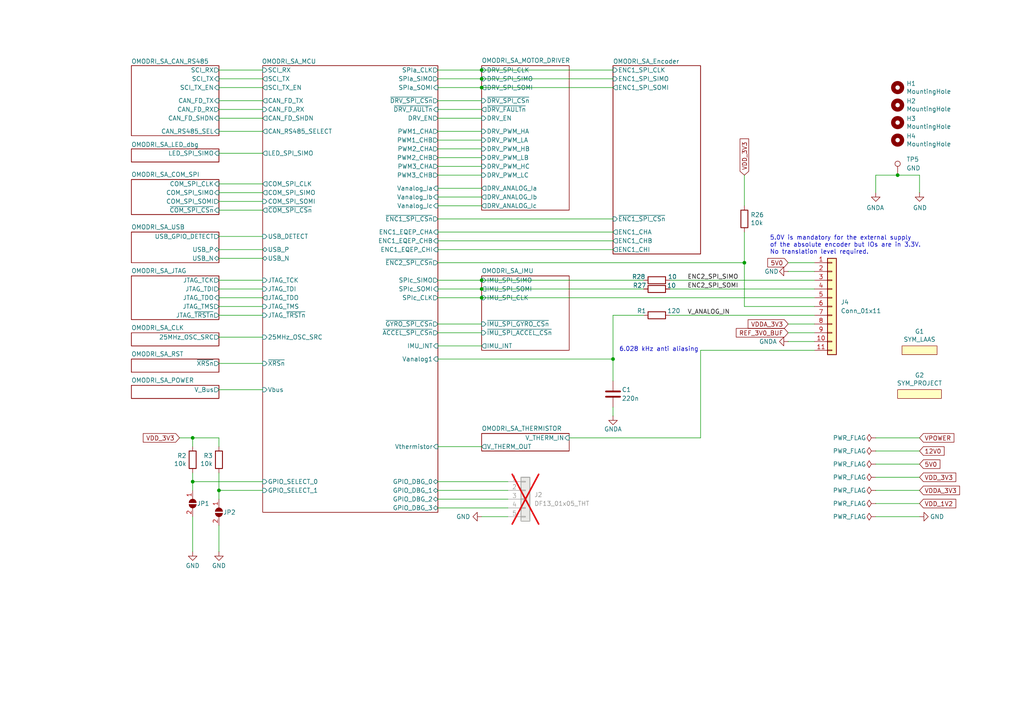
<source format=kicad_sch>
(kicad_sch (version 20231120) (generator "eeschema") (generator_version "8.0")
  (paper "A4")
  (title_block (title "Open MOtor DRiver Initiative  - Single Axis (OMODRI_SA)") (date "2024-03-20") (rev "1.0") (company "LAAS/CNRS"))
  (lib_symbols
    (symbol "Connector:TestPoint" (pin_numbers hide) (pin_names (offset 0.762) hide)
      (property "Reference" "TP" (at 0 6.858 0))
      (property "Value" "TestPoint" (at 0 5.08 0))
      (symbol "TestPoint_0_1"
        (circle (center 0 3.302) (radius 0.762))
      )
      (symbol "TestPoint_1_1"
        (pin passive line (at 0 0 90) (length 2.54) (name "1") (number "1"))
      )
    )
    (symbol "Connector_Generic:Conn_01x05" (pin_names (offset 1.016) hide)
      (property "Reference" "J" (at 0 7.62 0))
      (property "Value" "Conn_01x05" (at 0 -7.62 0))
      (symbol "Conn_01x05_1_1"
        (rectangle (start -1.27 -4.953) (end 0 -5.207) (stroke (width 0.1524)))
        (rectangle (start -1.27 -2.413) (end 0 -2.667) (stroke (width 0.1524)))
        (rectangle (start -1.27 0.127) (end 0 -0.127) (stroke (width 0.1524)))
        (rectangle (start -1.27 2.667) (end 0 2.413) (stroke (width 0.1524)))
        (rectangle (start -1.27 5.207) (end 0 4.953) (stroke (width 0.1524)))
        (rectangle (start -1.27 6.35) (end 1.27 -6.35) (stroke (width 0.254)) (fill (type background)))
        (pin passive line (at -5.08 5.08 0) (length 3.81) (name "Pin_1") (number "1"))
        (pin passive line (at -5.08 2.54 0) (length 3.81) (name "Pin_2") (number "2"))
        (pin passive line (at -5.08 0 0) (length 3.81) (name "Pin_3") (number "3"))
        (pin passive line (at -5.08 -2.54 0) (length 3.81) (name "Pin_4") (number "4"))
        (pin passive line (at -5.08 -5.08 0) (length 3.81) (name "Pin_5") (number "5"))
      )
    )
    (symbol "Connector_Generic:Conn_01x11" (pin_names (offset 1.016) hide)
      (property "Reference" "J" (at 0 15.24 0))
      (property "Value" "Conn_01x11" (at 0 -15.24 0))
      (symbol "Conn_01x11_1_1"
        (rectangle (start -1.27 -12.573) (end 0 -12.827) (stroke (width 0.1524)))
        (rectangle (start -1.27 -10.033) (end 0 -10.287) (stroke (width 0.1524)))
        (rectangle (start -1.27 -7.493) (end 0 -7.747) (stroke (width 0.1524)))
        (rectangle (start -1.27 -4.953) (end 0 -5.207) (stroke (width 0.1524)))
        (rectangle (start -1.27 -2.413) (end 0 -2.667) (stroke (width 0.1524)))
        (rectangle (start -1.27 0.127) (end 0 -0.127) (stroke (width 0.1524)))
        (rectangle (start -1.27 2.667) (end 0 2.413) (stroke (width 0.1524)))
        (rectangle (start -1.27 5.207) (end 0 4.953) (stroke (width 0.1524)))
        (rectangle (start -1.27 7.747) (end 0 7.493) (stroke (width 0.1524)))
        (rectangle (start -1.27 10.287) (end 0 10.033) (stroke (width 0.1524)))
        (rectangle (start -1.27 12.827) (end 0 12.573) (stroke (width 0.1524)))
        (rectangle (start -1.27 13.97) (end 1.27 -13.97) (stroke (width 0.254)) (fill (type background)))
        (pin passive line (at -5.08 12.7 0) (length 3.81) (name "Pin_1") (number "1"))
        (pin passive line (at -5.08 -10.16 0) (length 3.81) (name "Pin_10") (number "10"))
        (pin passive line (at -5.08 -12.7 0) (length 3.81) (name "Pin_11") (number "11"))
        (pin passive line (at -5.08 10.16 0) (length 3.81) (name "Pin_2") (number "2"))
        (pin passive line (at -5.08 7.62 0) (length 3.81) (name "Pin_3") (number "3"))
        (pin passive line (at -5.08 5.08 0) (length 3.81) (name "Pin_4") (number "4"))
        (pin passive line (at -5.08 2.54 0) (length 3.81) (name "Pin_5") (number "5"))
        (pin passive line (at -5.08 0 0) (length 3.81) (name "Pin_6") (number "6"))
        (pin passive line (at -5.08 -2.54 0) (length 3.81) (name "Pin_7") (number "7"))
        (pin passive line (at -5.08 -5.08 0) (length 3.81) (name "Pin_8") (number "8"))
        (pin passive line (at -5.08 -7.62 0) (length 3.81) (name "Pin_9") (number "9"))
      )
    )
    (symbol "Device:C" (pin_numbers hide) (pin_names (offset 0.254))
      (property "Reference" "C" (at 0.635 2.54 0))
      (property "Value" "C" (at 0.635 -2.54 0))
      (symbol "C_0_1"
        (polyline (pts (xy -2.032 -0.762) (xy 2.032 -0.762)) (stroke (width 0.508)))
        (polyline (pts (xy -2.032 0.762) (xy 2.032 0.762)) (stroke (width 0.508)))
      )
      (symbol "C_1_1"
        (pin passive line (at 0 3.81 270) (length 2.794) (name "~") (number "1"))
        (pin passive line (at 0 -3.81 90) (length 2.794) (name "~") (number "2"))
      )
    )
    (symbol "Device:R" (pin_numbers hide) (pin_names (offset 0))
      (property "Reference" "R" (at 2.032 0 90))
      (property "Value" "R" (at 0 0 90))
      (symbol "R_0_1"
        (rectangle (start -1.016 -2.54) (end 1.016 2.54) (stroke (width 0.254)))
      )
      (symbol "R_1_1"
        (pin passive line (at 0 3.81 270) (length 1.27) (name "~") (number "1"))
        (pin passive line (at 0 -3.81 90) (length 1.27) (name "~") (number "2"))
      )
    )
    (symbol "Jumper:SolderJumper_2_Open" (pin_names (offset 0) hide)
      (property "Reference" "JP" (at 0 2.032 0))
      (property "Value" "SolderJumper_2_Open" (at 0 -2.54 0))
      (symbol "SolderJumper_2_Open_0_1"
        (arc (start -0.254 1.016) (mid -1.2656 0) (end -0.254 -1.016))
        (arc (start -0.254 1.016) (mid -1.2656 0) (end -0.254 -1.016) (fill (type outline)))
        (polyline (pts (xy -0.254 1.016) (xy -0.254 -1.016)))
        (polyline (pts (xy 0.254 1.016) (xy 0.254 -1.016)))
        (arc (start 0.254 -1.016) (mid 1.2656 0) (end 0.254 1.016))
        (arc (start 0.254 -1.016) (mid 1.2656 0) (end 0.254 1.016) (fill (type outline)))
      )
      (symbol "SolderJumper_2_Open_1_1"
        (pin passive line (at -3.81 0 0) (length 2.54) (name "A") (number "1"))
        (pin passive line (at 3.81 0 180) (length 2.54) (name "B") (number "2"))
      )
    )
    (symbol "Mechanical:MountingHole" (pin_names (offset 1.016))
      (property "Reference" "H" (at 0 5.08 0))
      (property "Value" "MountingHole" (at 0 3.175 0))
      (symbol "MountingHole_0_1"
        (circle (center 0 0) (radius 1.27) (stroke (width 1.27)))
      )
    )
    (symbol "omodri_lib:SYM_LAAS" (pin_names (offset 1.016))
      (property "Reference" "G" (at 0 5.08 0))
      (property "Value" "SYM_LAAS" (at 0 2.54 0))
      (symbol "SYM_LAAS_0_1"
        (rectangle (start -5.08 1.27) (end 5.08 -1.27) (fill (type background)))
      )
    )
    (symbol "omodri_lib:SYM_PROJECT" (pin_names (offset 1.016))
      (property "Reference" "G" (at 0 5.08 0))
      (property "Value" "SYM_PROJECT" (at 0 2.54 0))
      (symbol "SYM_PROJECT_0_1"
        (rectangle (start -6.35 1.27) (end 6.35 -1.27) (fill (type background)))
      )
    )
    (symbol "power:GND" (power) (pin_numbers hide) (pin_names (offset 0) hide)
      (property "Value" "GND" (at 0 -3.81 0))
      (symbol "GND_0_1"
        (polyline (pts (xy 0 0) (xy 0 -1.27) (xy 1.27 -1.27) (xy 0 -2.54) (xy -1.27 -1.27) (xy 0 -1.27)))
      )
      (symbol "GND_1_1"
        (pin power_in line (at 0 0 270) (length 0) (name "~") (number "1"))
      )
    )
    (symbol "power:GNDA" (power) (pin_numbers hide) (pin_names (offset 0) hide)
      (property "Value" "GNDA" (at 0 -3.81 0))
      (symbol "GNDA_0_1"
        (polyline (pts (xy 0 0) (xy 0 -1.27) (xy 1.27 -1.27) (xy 0 -2.54) (xy -1.27 -1.27) (xy 0 -1.27)))
      )
      (symbol "GNDA_1_1"
        (pin power_in line (at 0 0 270) (length 0) (name "~") (number "1"))
      )
    )
    (symbol "power:PWR_FLAG" (power) (pin_numbers hide) (pin_names (offset 0) hide)
      (property "Value" "PWR_FLAG" (at 0 3.81 0))
      (symbol "PWR_FLAG_0_0"
        (pin power_out line (at 0 0 90) (length 0) (name "~") (number "1"))
      )
      (symbol "PWR_FLAG_0_1"
        (polyline (pts (xy 0 0) (xy 0 1.27) (xy -1.016 1.905) (xy 0 2.54) (xy 1.016 1.905) (xy 0 1.27)))
      )
    )
  )
  (junction (at 63.5 142.24))
  (junction (at 139.7 83.82))
  (junction (at 215.9 76.2))
  (junction (at 260.35 50.8))
  (junction (at 139.7 25.4))
  (junction (at 139.7 86.36))
  (junction (at 139.7 81.28))
  (junction (at 55.88 127))
  (junction (at 139.7 20.32))
  (junction (at 139.7 22.86))
  (junction (at 55.88 139.7))
  (junction (at 177.8 104.14))
  (wire (pts (xy 63.5 53.34) (xy 76.2 53.34)))
  (wire (pts (xy 228.6 93.98) (xy 236.22 93.98)))
  (wire (pts (xy 127 83.82) (xy 139.7 83.82)))
  (wire (pts (xy 63.5 72.39) (xy 76.2 72.39)))
  (wire (pts (xy 63.5 60.96) (xy 76.2 60.96)))
  (wire (pts (xy 63.5 97.79) (xy 76.2 97.79)))
  (wire (pts (xy 63.5 74.93) (xy 76.2 74.93)))
  (wire (pts (xy 228.6 76.2) (xy 236.22 76.2)))
  (wire (pts (xy 127 54.61) (xy 139.7 54.61)))
  (wire (pts (xy 127 67.31) (xy 177.8 67.31)))
  (wire (pts (xy 63.5 22.86) (xy 76.2 22.86)))
  (wire (pts (xy 52.07 127) (xy 55.88 127)))
  (wire (pts (xy 55.88 139.7) (xy 76.2 139.7)))
  (wire (pts (xy 127 69.85) (xy 177.8 69.85)))
  (wire (pts (xy 63.5 31.75) (xy 76.2 31.75)))
  (wire (pts (xy 127 63.5) (xy 177.8 63.5)))
  (wire (pts (xy 55.88 139.7) (xy 55.88 142.24)))
  (wire (pts (xy 127 57.15) (xy 139.7 57.15)))
  (wire (pts (xy 55.88 137.16) (xy 55.88 139.7)))
  (wire (pts (xy 228.6 78.74) (xy 236.22 78.74)))
  (wire (pts (xy 139.7 20.32) (xy 177.8 20.32)))
  (wire (pts (xy 194.31 81.28) (xy 236.22 81.28)))
  (wire (pts (xy 63.5 86.36) (xy 76.2 86.36)))
  (wire (pts (xy 236.22 101.6) (xy 203.2 101.6)))
  (wire (pts (xy 254 50.8) (xy 260.35 50.8)))
  (wire (pts (xy 127 81.28) (xy 139.7 81.28)))
  (wire (pts (xy 127 45.72) (xy 139.7 45.72)))
  (wire (pts (xy 63.5 88.9) (xy 76.2 88.9)))
  (wire (pts (xy 127 20.32) (xy 139.7 20.32)))
  (wire (pts (xy 63.5 44.45) (xy 76.2 44.45)))
  (wire (pts (xy 127 76.2) (xy 215.9 76.2)))
  (wire (pts (xy 177.8 120.65) (xy 177.8 118.11)))
  (wire (pts (xy 127 86.36) (xy 139.7 86.36)))
  (wire (pts (xy 127 72.39) (xy 177.8 72.39)))
  (wire (pts (xy 55.88 127) (xy 63.5 127)))
  (wire (pts (xy 228.6 96.52) (xy 236.22 96.52)))
  (wire (pts (xy 254 55.88) (xy 254 50.8)))
  (wire (pts (xy 63.5 142.24) (xy 63.5 144.78)))
  (wire (pts (xy 127 34.29) (xy 139.7 34.29)))
  (wire (pts (xy 63.5 83.82) (xy 76.2 83.82)))
  (wire (pts (xy 127 38.1) (xy 139.7 38.1)))
  (wire (pts (xy 63.5 127) (xy 63.5 129.54)))
  (wire (pts (xy 254 142.24) (xy 266.7 142.24)))
  (wire (pts (xy 139.7 81.28) (xy 186.69 81.28)))
  (wire (pts (xy 127 43.18) (xy 139.7 43.18)))
  (wire (pts (xy 63.5 20.32) (xy 76.2 20.32)))
  (wire (pts (xy 127 22.86) (xy 139.7 22.86)))
  (wire (pts (xy 63.5 55.88) (xy 76.2 55.88)))
  (wire (pts (xy 203.2 101.6) (xy 203.2 127)))
  (wire (pts (xy 203.2 127) (xy 165.1 127)))
  (wire (pts (xy 254 130.81) (xy 266.7 130.81)))
  (wire (pts (xy 63.5 25.4) (xy 76.2 25.4)))
  (wire (pts (xy 127 129.54) (xy 139.7 129.54)))
  (wire (pts (xy 127 59.69) (xy 139.7 59.69)))
  (wire (pts (xy 127 142.24) (xy 147.32 142.24)))
  (wire (pts (xy 76.2 142.24) (xy 63.5 142.24)))
  (wire (pts (xy 127 93.98) (xy 139.7 93.98)))
  (wire (pts (xy 236.22 88.9) (xy 215.9 88.9)))
  (wire (pts (xy 63.5 91.44) (xy 76.2 91.44)))
  (wire (pts (xy 63.5 137.16) (xy 63.5 142.24)))
  (wire (pts (xy 127 139.7) (xy 147.32 139.7)))
  (wire (pts (xy 228.6 99.06) (xy 236.22 99.06)))
  (wire (pts (xy 63.5 58.42) (xy 76.2 58.42)))
  (wire (pts (xy 139.7 149.86) (xy 147.32 149.86)))
  (wire (pts (xy 63.5 38.1) (xy 76.2 38.1)))
  (wire (pts (xy 254 127) (xy 266.7 127)))
  (wire (pts (xy 194.31 83.82) (xy 236.22 83.82)))
  (wire (pts (xy 127 147.32) (xy 147.32 147.32)))
  (wire (pts (xy 63.5 34.29) (xy 76.2 34.29)))
  (wire (pts (xy 127 31.75) (xy 139.7 31.75)))
  (wire (pts (xy 63.5 81.28) (xy 76.2 81.28)))
  (wire (pts (xy 127 25.4) (xy 139.7 25.4)))
  (wire (pts (xy 127 29.21) (xy 139.7 29.21)))
  (wire (pts (xy 177.8 104.14) (xy 177.8 110.49)))
  (wire (pts (xy 63.5 29.21) (xy 76.2 29.21)))
  (wire (pts (xy 215.9 59.69) (xy 215.9 50.8)))
  (wire (pts (xy 254 138.43) (xy 266.7 138.43)))
  (wire (pts (xy 55.88 149.86) (xy 55.88 160.02)))
  (wire (pts (xy 266.7 50.8) (xy 266.7 55.88)))
  (wire (pts (xy 177.8 104.14) (xy 177.8 91.44)))
  (wire (pts (xy 127 96.52) (xy 139.7 96.52)))
  (wire (pts (xy 127 144.78) (xy 147.32 144.78)))
  (wire (pts (xy 186.69 91.44) (xy 177.8 91.44)))
  (wire (pts (xy 63.5 105.41) (xy 76.2 105.41)))
  (wire (pts (xy 139.7 83.82) (xy 186.69 83.82)))
  (wire (pts (xy 63.5 113.03) (xy 76.2 113.03)))
  (wire (pts (xy 254 134.62) (xy 266.7 134.62)))
  (wire (pts (xy 215.9 88.9) (xy 215.9 76.2)))
  (wire (pts (xy 215.9 67.31) (xy 215.9 76.2)))
  (wire (pts (xy 254 149.86) (xy 266.7 149.86)))
  (wire (pts (xy 127 104.14) (xy 177.8 104.14)))
  (wire (pts (xy 194.31 91.44) (xy 236.22 91.44)))
  (wire (pts (xy 260.35 50.8) (xy 266.7 50.8)))
  (wire (pts (xy 139.7 25.4) (xy 177.8 25.4)))
  (wire (pts (xy 63.5 68.58) (xy 76.2 68.58)))
  (wire (pts (xy 55.88 127) (xy 55.88 129.54)))
  (wire (pts (xy 127 40.64) (xy 139.7 40.64)))
  (wire (pts (xy 127 48.26) (xy 139.7 48.26)))
  (wire (pts (xy 63.5 152.4) (xy 63.5 160.02)))
  (wire (pts (xy 139.7 86.36) (xy 236.22 86.36)))
  (wire (pts (xy 139.7 22.86) (xy 177.8 22.86)))
  (wire (pts (xy 254 146.05) (xy 266.7 146.05)))
  (wire (pts (xy 127 50.8) (xy 139.7 50.8)))
  (wire (pts (xy 127 100.33) (xy 139.7 100.33)))
  (text "6.028 kHz anti aliasing" (at 179.578 102.108 0) (effects (font (size 1.27 1.27)) (justify left bottom)))
  (text "5.0V is mandatory for the external supply \nof the absolute encoder but IOs are in 3.3V.\nNo translation level required." (at 223.266 73.914 0) (effects (font (size 1.27 1.27)) (justify left bottom)))
  (label "V_ANALOG_IN" (at 199.39 91.44 0))
  (label "ENC2_SPI_SOMI" (at 199.39 83.82 0))
  (label "ENC2_SPI_SIMO" (at 199.39 81.28 0))
  (global_label "VDD_1V2" (shape input) (at 266.7 146.05 0) (property "Intersheetrefs" "${INTERSHEET_REFS}" (effects (hide yes))) (property "Références Inter-Feuilles" "${INTERSHEET_REFS}" (effects (hide yes))))
  (global_label "REF_3V0_BUF" (shape input) (at 228.6 96.52 180) (property "Intersheetrefs" "${INTERSHEET_REFS}" (effects (hide yes))) (property "Références Inter-Feuilles" "${INTERSHEET_REFS}" (effects (hide yes))))
  (global_label "5V0" (shape input) (at 266.7 134.62 0) (property "Intersheetrefs" "${INTERSHEET_REFS}" (effects (hide yes))) (property "Références Inter-Feuilles" "${INTERSHEET_REFS}" (effects (hide yes))))
  (global_label "VDD_3V3" (shape input) (at 215.9 50.8 90) (property "Intersheetrefs" "${INTERSHEET_REFS}" (effects (hide yes))))
  (global_label "VDD_3V3" (shape input) (at 52.07 127 180) (property "Intersheetrefs" "${INTERSHEET_REFS}" (effects (hide yes))) (property "Références Inter-Feuilles" "${INTERSHEET_REFS}" (effects (hide yes))))
  (global_label "VPOWER" (shape input) (at 266.7 127 0) (property "Intersheetrefs" "${INTERSHEET_REFS}" (effects (hide yes))) (property "Références Inter-Feuilles" "${INTERSHEET_REFS}" (effects (hide yes))))
  (global_label "VDDA_3V3" (shape input) (at 228.6 93.98 180) (property "Intersheetrefs" "${INTERSHEET_REFS}" (effects (hide yes))) (property "Références Inter-Feuilles" "${INTERSHEET_REFS}" (effects (hide yes))))
  (global_label "VDDA_3V3" (shape input) (at 266.7 142.24 0) (property "Intersheetrefs" "${INTERSHEET_REFS}" (effects (hide yes))) (property "Références Inter-Feuilles" "${INTERSHEET_REFS}" (effects (hide yes))))
  (global_label "VDD_3V3" (shape input) (at 266.7 138.43 0) (property "Intersheetrefs" "${INTERSHEET_REFS}" (effects (hide yes))) (property "Références Inter-Feuilles" "${INTERSHEET_REFS}" (effects (hide yes))))
  (global_label "12V0" (shape input) (at 266.7 130.81 0) (property "Intersheetrefs" "${INTERSHEET_REFS}" (effects (hide yes))) (property "Références Inter-Feuilles" "${INTERSHEET_REFS}" (effects (hide yes))))
  (global_label "5V0" (shape input) (at 228.6 76.2 180) (property "Intersheetrefs" "${INTERSHEET_REFS}" (effects (hide yes))) (property "Références Inter-Feuilles" "${INTERSHEET_REFS}" (effects (hide yes))))
  (symbol (lib_id "power:PWR_FLAG") (at 254 149.86 90) (unit 1)
    (property "Reference" "#FLG07" (effects (hide yes)))
    (property "Value" "PWR_FLAG" (at 246.38 149.86 90))
    (property "Description" "Special symbol for telling ERC where power comes from" (effects (hide yes)))
  )
  (symbol (lib_id "power:GND") (at 266.7 149.86 90) (unit 1)
    (property "Reference" "#PWR03" (effects (hide yes)))
    (property "Value" "GND" (at 271.78 149.86 90))
    (property "Description" "Power symbol creates a global label with name \"GND\" , ground" (effects (hide yes)))
  )
  (symbol (lib_id "Mechanical:MountingHole") (at 260.35 25.4 0) (unit 1) (in_bom no)
    (property "Reference" "H1" (at 262.89 24.2316 0) (effects (justify left)))
    (property "Value" "MountingHole" (at 262.89 26.543 0) (effects (justify left)))
    (property "Footprint" "MountingHole:MountingHole_2.2mm_M2_ISO7380_Pad_TopBottom" (effects (hide yes)))
    (property "Description" "Mounting Hole without connection" (effects (hide yes)))
    (property "Assembling" "THT" (effects (hide yes)))
  )
  (symbol (lib_id "Mechanical:MountingHole") (at 260.35 30.48 0) (unit 1) (in_bom no)
    (property "Reference" "H2" (at 262.89 29.3116 0) (effects (justify left)))
    (property "Value" "MountingHole" (at 262.89 31.623 0) (effects (justify left)))
    (property "Footprint" "MountingHole:MountingHole_2.2mm_M2_ISO7380_Pad_TopBottom" (effects (hide yes)))
    (property "Description" "Mounting Hole without connection" (effects (hide yes)))
    (property "Assembling" "THT" (effects (hide yes)))
  )
  (symbol (lib_id "Mechanical:MountingHole") (at 260.35 35.56 0) (unit 1) (in_bom no)
    (property "Reference" "H3" (at 262.89 34.3916 0) (effects (justify left)))
    (property "Value" "MountingHole" (at 262.89 36.703 0) (effects (justify left)))
    (property "Footprint" "MountingHole:MountingHole_2.2mm_M2_ISO7380_Pad_TopBottom" (effects (hide yes)))
    (property "Description" "Mounting Hole without connection" (effects (hide yes)))
    (property "Assembling" "THT" (effects (hide yes)))
  )
  (symbol (lib_id "Mechanical:MountingHole") (at 260.35 40.64 0) (unit 1) (in_bom no)
    (property "Reference" "H4" (at 262.89 39.4716 0) (effects (justify left)))
    (property "Value" "MountingHole" (at 262.89 41.783 0) (effects (justify left)))
    (property "Footprint" "MountingHole:MountingHole_2.2mm_M2_ISO7380_Pad_TopBottom" (effects (hide yes)))
    (property "Description" "Mounting Hole without connection" (effects (hide yes)))
    (property "Assembling" "THT" (effects (hide yes)))
  )
  (symbol (lib_id "power:PWR_FLAG") (at 254 138.43 90) (unit 1)
    (property "Reference" "#FLG04" (effects (hide yes)))
    (property "Value" "PWR_FLAG" (at 246.38 138.43 90))
    (property "Description" "Special symbol for telling ERC where power comes from" (effects (hide yes)))
  )
  (symbol (lib_id "power:PWR_FLAG") (at 254 142.24 90) (unit 1)
    (property "Reference" "#FLG05" (effects (hide yes)))
    (property "Value" "PWR_FLAG" (at 246.38 142.24 90))
    (property "Description" "Special symbol for telling ERC where power comes from" (effects (hide yes)))
  )
  (symbol (lib_id "power:PWR_FLAG") (at 254 146.05 90) (unit 1)
    (property "Reference" "#FLG06" (effects (hide yes)))
    (property "Value" "PWR_FLAG" (at 246.38 146.05 90))
    (property "Description" "Special symbol for telling ERC where power comes from" (effects (hide yes)))
  )
  (symbol (lib_id "omodri_lib:SYM_LAAS") (at 266.7 101.6 0) (unit 1) (in_bom no)
    (property "Reference" "G1" (at 266.7 96.139 0))
    (property "Value" "SYM_LAAS" (at 266.7 98.4504 0))
    (property "Footprint" "udriver3:logo_laas" (effects (hide yes)))
    (property "Datasheet" "https://www.laas.fr/fr/" (effects (hide yes)))
    (property "Description" "LAAS logo" (effects (hide yes)))
    (property "Manufacturer" "LAAS" (effects (hide yes)))
  )
  (symbol (lib_id "omodri_lib:SYM_PROJECT") (at 266.7 114.3 0) (unit 1) (in_bom no)
    (property "Reference" "G2" (at 266.7 108.839 0))
    (property "Value" "SYM_PROJECT" (at 266.7 111.1504 0))
    (property "Footprint" "udriver3:logo_OpenHardware" (effects (hide yes)))
    (property "Datasheet" "https://www.oshwa.org/" (effects (hide yes)))
    (property "Description" "Open Hardware logo" (effects (hide yes)))
    (property "Manufacturer" "OSHWA" (effects (hide yes)))
  )
  (symbol (lib_id "power:GND") (at 266.7 55.88 0) (unit 1)
    (property "Reference" "#PWR02" (effects (hide yes)))
    (property "Value" "GND" (at 266.827 60.2742 0))
    (property "Description" "Power symbol creates a global label with name \"GND\" , ground" (effects (hide yes)))
  )
  (symbol (lib_id "power:GNDA") (at 254 55.88 0) (mirror y) (unit 1)
    (property "Reference" "#PWR01" (effects (hide yes)))
    (property "Value" "GNDA" (at 253.873 60.2742 0))
    (property "Description" "Power symbol creates a global label with name \"GNDA\" , analog ground" (effects (hide yes)))
  )
  (symbol (lib_id "power:PWR_FLAG") (at 254 127 90) (unit 1)
    (property "Reference" "#FLG01" (effects (hide yes)))
    (property "Value" "PWR_FLAG" (at 246.38 127 90))
    (property "Description" "Special symbol for telling ERC where power comes from" (effects (hide yes)))
  )
  (symbol (lib_id "power:GND") (at 139.7 149.86 270) (unit 1)
    (property "Reference" "#PWR07" (effects (hide yes)))
    (property "Value" "GND" (at 134.366 149.86 90))
    (property "Description" "Power symbol creates a global label with name \"GND\" , ground" (effects (hide yes)))
  )
  (symbol (lib_id "power:GND") (at 228.6 78.74 270) (mirror x) (unit 1)
    (property "Reference" "#PWR082" (effects (hide yes)))
    (property "Value" "GND" (at 223.774 78.74 90))
    (property "Description" "Power symbol creates a global label with name \"GND\" , ground" (effects (hide yes)))
  )
  (symbol (lib_id "Jumper:SolderJumper_2_Open") (at 63.5 148.59 90) (mirror x) (unit 1) (in_bom no)
    (property "Reference" "JP2" (at 66.548 148.59 90))
    (property "Value" "SolderJumper_2_Open" (effects (hide yes)))
    (property "Footprint" "Jumper:SolderJumper-2_P1.3mm_Open_TrianglePad1.0x1.5mm" (effects (hide yes)))
    (property "Description" "Solder Jumper, 2-pole, open" (effects (hide yes)))
  )
  (symbol (lib_id "power:PWR_FLAG") (at 254 134.62 90) (unit 1)
    (property "Reference" "#FLG03" (effects (hide yes)))
    (property "Value" "PWR_FLAG" (at 246.38 134.62 90))
    (property "Description" "Special symbol for telling ERC where power comes from" (effects (hide yes)))
  )
  (symbol (lib_id "Connector:TestPoint") (at 260.35 50.8 0) (unit 1)
    (property "Reference" "TP5" (at 262.89 46.2279 0) (effects (justify left)))
    (property "Value" "GND" (at 262.89 48.7679 0) (effects (justify left)))
    (property "Footprint" "TestPoint:TestPoint_Keystone_5015_Micro-Minature" (effects (hide yes)))
    (property "Datasheet" "https://www.keyelco.com/product.cfm/Micro-Miniature/5015/product_id/1353" (effects (hide yes)))
    (property "Description" "test point" (effects (hide yes)))
    (property "Assembling" "SMD" (effects (hide yes)))
    (property "DigiKey" "36-5015CT-ND " (effects (hide yes)))
    (property "Farnell" "3858030" (effects (hide yes)))
    (property "Mouser" "534-5015" (effects (hide yes)))
    (property "Manufacturer" "KEYSTONE" (effects (hide yes)))
    (property "Part No" "5015" (effects (hide yes)))
    (property "LCSC" "C2906768" (effects (hide yes)))
  )
  (symbol (lib_id "power:GND") (at 55.88 160.02 0) (mirror y) (unit 1)
    (property "Reference" "#PWR08" (effects (hide yes)))
    (property "Value" "GND" (at 55.88 164.084 0))
    (property "Description" "Power symbol creates a global label with name \"GND\" , ground" (effects (hide yes)))
  )
  (symbol (lib_id "Device:R") (at 55.88 133.35 0) (mirror y) (unit 1)
    (property "Reference" "R2" (at 54.102 132.1816 0) (effects (justify left)))
    (property "Value" "10k" (at 54.102 134.493 0) (effects (justify left)))
    (property "Footprint" "Resistor_SMD:R_0201_0603Metric" (effects (hide yes)))
    (property "Datasheet" "https://industrial.panasonic.com/sa/products/pt/general-purpose-chip-resistors/models/ERJ1GNF1002C" (effects (hide yes)))
    (property "Description" "0201, 10kΩ, 0.05W, ±1%, SMD  resistor" (effects (hide yes)))
    (property "DigiKey" "P122414CT-ND" (effects (hide yes)))
    (property "Farnell" "2302362" (effects (hide yes)))
    (property "Mouser" "667-ERJ-1GNF1002C" (effects (hide yes)))
    (property "Part No" "ERJ1GNF1002C" (effects (hide yes)))
    (property "RS" "176-3597" (effects (hide yes)))
    (property "LCSC" "C717002" (effects (hide yes)))
    (property "Manufacturer" "PANASONIC" (effects (hide yes)))
    (property "Assembling" "SMD" (effects (hide yes)))
  )
  (symbol (lib_id "Device:R") (at 190.5 83.82 90) (mirror x) (unit 1)
    (property "Reference" "R27" (at 187.452 82.804 90) (effects (justify left)))
    (property "Value" "10" (at 196.088 82.804 90) (effects (justify left)))
    (property "Footprint" "Resistor_SMD:R_0201_0603Metric" (effects (hide yes)))
    (property "Datasheet" "https://industrial.panasonic.com/sa/products/pt/general-purpose-chip-resistors/models/ERJ1GNJ100C" (effects (hide yes)))
    (property "Description" "0201,10Ω, 0.05W, ±5%, SMD  resistor" (effects (hide yes)))
    (property "DigiKey" "P123219CT-ND" (effects (hide yes)))
    (property "Farnell" "3303146" (effects (hide yes)))
    (property "Mouser" " 667-ERJ-1GNJ100C" (effects (hide yes)))
    (property "Part No" "ERJ1GNJ100C" (effects (hide yes)))
    (property "LCSC" "C2073782" (effects (hide yes)))
    (property "Manufacturer" "PANASONIC" (effects (hide yes)))
    (property "Assembling" "SMD" (effects (hide yes)))
  )
  (symbol (lib_id "Device:R") (at 190.5 81.28 90) (mirror x) (unit 1)
    (property "Reference" "R28" (at 187.198 80.264 90) (effects (justify left)))
    (property "Value" "10" (at 196.342 80.264 90) (effects (justify left)))
    (property "Footprint" "Resistor_SMD:R_0201_0603Metric" (effects (hide yes)))
    (property "Datasheet" "https://industrial.panasonic.com/sa/products/pt/general-purpose-chip-resistors/models/ERJ1GNJ100C" (effects (hide yes)))
    (property "Description" "0201,10Ω, 0.05W, ±5%, SMD  resistor" (effects (hide yes)))
    (property "DigiKey" "P123219CT-ND" (effects (hide yes)))
    (property "Farnell" "3303146" (effects (hide yes)))
    (property "Mouser" " 667-ERJ-1GNJ100C" (effects (hide yes)))
    (property "Part No" "ERJ1GNJ100C" (effects (hide yes)))
    (property "LCSC" "C2073782" (effects (hide yes)))
    (property "Manufacturer" "PANASONIC" (effects (hide yes)))
    (property "Assembling" "SMD" (effects (hide yes)))
  )
  (symbol (lib_id "Device:R") (at 63.5 133.35 0) (mirror y) (unit 1)
    (property "Reference" "R3" (at 61.722 132.1816 0) (effects (justify left)))
    (property "Value" "10k" (at 61.722 134.493 0) (effects (justify left)))
    (property "Footprint" "Resistor_SMD:R_0201_0603Metric" (effects (hide yes)))
    (property "Datasheet" "https://industrial.panasonic.com/sa/products/pt/general-purpose-chip-resistors/models/ERJ1GNF1002C" (effects (hide yes)))
    (property "Description" "0201, 10kΩ, 0.05W, ±1%, SMD  resistor" (effects (hide yes)))
    (property "DigiKey" "P122414CT-ND" (effects (hide yes)))
    (property "Farnell" "2302362" (effects (hide yes)))
    (property "Mouser" "667-ERJ-1GNF1002C" (effects (hide yes)))
    (property "Part No" "ERJ1GNF1002C" (effects (hide yes)))
    (property "RS" "176-3597" (effects (hide yes)))
    (property "LCSC" "C717002" (effects (hide yes)))
    (property "Manufacturer" "PANASONIC" (effects (hide yes)))
    (property "Assembling" "SMD" (effects (hide yes)))
  )
  (symbol (lib_id "Device:R") (at 215.9 63.5 180) (unit 1)
    (property "Reference" "R26" (at 217.678 62.3316 0) (effects (justify right)))
    (property "Value" "10k" (at 217.678 64.643 0) (effects (justify right)))
    (property "Footprint" "Resistor_SMD:R_0201_0603Metric" (effects (hide yes)))
    (property "Datasheet" "https://industrial.panasonic.com/sa/products/pt/general-purpose-chip-resistors/models/ERJ1GNF1002C" (effects (hide yes)))
    (property "Description" "0201, 10kΩ, 0.05W, ±1%, SMD  resistor" (effects (hide yes)))
    (property "DigiKey" "P122414CT-ND" (effects (hide yes)))
    (property "Farnell" "2302362" (effects (hide yes)))
    (property "Mouser" "667-ERJ-1GNF1002C" (effects (hide yes)))
    (property "Part No" "ERJ1GNF1002C" (effects (hide yes)))
    (property "RS" "176-3597" (effects (hide yes)))
    (property "LCSC" "C717002" (effects (hide yes)))
    (property "Manufacturer" "PANASONIC" (effects (hide yes)))
    (property "Assembling" "SMD" (effects (hide yes)))
  )
  (symbol (lib_id "power:GNDA") (at 177.8 120.65 0) (unit 1)
    (property "Reference" "#PWR06" (effects (hide yes)))
    (property "Value" "GNDA" (at 177.8 124.46 0))
    (property "Description" "Power symbol creates a global label with name \"GNDA\" , analog ground" (effects (hide yes)))
  )
  (symbol (lib_id "Device:C") (at 177.8 114.3 0) (unit 1)
    (property "Reference" "C1" (at 180.34 113.03 0) (effects (justify left)))
    (property "Value" "220n" (at 180.34 115.57 0) (effects (justify left)))
    (property "Footprint" "Capacitor_SMD:C_0201_0603Metric" (effects (hide yes)))
    (property "Datasheet" "https://www.murata.com/en-eu/products/productdetail?partno=GRM033R61C224KE14%23" (effects (hide yes)))
    (property "Description" "0201, 220nf, 16V,  ±10%, X5R, SMD MLCC" (effects (hide yes)))
    (property "DigiKey" "490-17040-1-ND" (effects (hide yes)))
    (property "Farnell" "3582770" (effects (hide yes)))
    (property "Mouser" "81-GRM033R61C224KE4D" (effects (hide yes)))
    (property "Part No" "GRM033R61C224KE14D" (effects (hide yes)))
    (property "LCSC" "C161474" (effects (hide yes)))
    (property "Manufacturer" "MURATA" (effects (hide yes)))
    (property "Assembling" "SMD" (effects (hide yes)))
  )
  (symbol (lib_id "Connector_Generic:Conn_01x11") (at 241.3 88.9 0) (unit 1) (in_bom no)
    (property "Reference" "J4" (at 243.84 87.6299 0) (effects (justify left)))
    (property "Value" "Conn_01x11" (at 243.84 90.1699 0) (effects (justify left)))
    (property "Footprint" "udriver3:PinSocket_1x11_P1.00mm_SMD_Pin1Right_omodri_sa" (effects (hide yes)))
    (property "Description" "Generic connector, single row, 01x11, script generated (kicad-library-utils/schlib/autogen/connector/)" (effects (hide yes)))
    (property "Assembling" "SMD" (effects (hide yes)))
  )
  (symbol (lib_id "Jumper:SolderJumper_2_Open") (at 55.88 146.05 90) (mirror x) (unit 1) (in_bom no)
    (property "Reference" "JP1" (at 58.928 146.05 90))
    (property "Value" "SolderJumper_2_Open" (effects (hide yes)))
    (property "Footprint" "Jumper:SolderJumper-2_P1.3mm_Open_TrianglePad1.0x1.5mm" (effects (hide yes)))
    (property "Description" "Solder Jumper, 2-pole, open" (effects (hide yes)))
  )
  (symbol (lib_id "power:GNDA") (at 228.6 99.06 270) (unit 1)
    (property "Reference" "#PWR081" (effects (hide yes)))
    (property "Value" "GNDA" (at 222.758 99.06 90))
    (property "Description" "Power symbol creates a global label with name \"GNDA\" , analog ground" (effects (hide yes)))
  )
  (symbol (lib_id "power:GND") (at 63.5 160.02 0) (mirror y) (unit 1)
    (property "Reference" "#PWR09" (effects (hide yes)))
    (property "Value" "GND" (at 63.5 164.084 0))
    (property "Description" "Power symbol creates a global label with name \"GND\" , ground" (effects (hide yes)))
  )
  (symbol (lib_id "power:PWR_FLAG") (at 254 130.81 90) (unit 1)
    (property "Reference" "#FLG02" (effects (hide yes)))
    (property "Value" "PWR_FLAG" (at 246.38 130.81 90))
    (property "Description" "Special symbol for telling ERC where power comes from" (effects (hide yes)))
  )
  (symbol (lib_id "Connector_Generic:Conn_01x05") (at 152.4 144.78 0) (unit 1) (dnp yes)
    (property "Reference" "J2" (at 154.94 143.5099 0) (effects (justify left)))
    (property "Value" "DF13_01x05_THT" (at 154.94 146.0499 0) (effects (justify left)))
    (property "Footprint" "udriver3:Hirose_DF13-05P-1.25DSA_1x05_P1.25mm_Vertical" (effects (hide yes)))
    (property "Datasheet" "https://www.hirose.com/en/product/document?clcode=&productname=&series=DF13&documenttype=Catalog&lang=en&documentid=en_DF13_CAT" (effects (hide yes)))
    (property "Description" "DF13 Header, 1.25mm Pitch, Single Row,  5-Circuits" (effects (hide yes)))
    (property "DigiKey" "26-DF13-5P-1.25DSA(05)-ND" (effects (hide yes)))
    (property "Farnell" "4099733" (effects (hide yes)))
    (property "LCSC" "C17653572" (effects (hide yes)))
    (property "Manufacturer" "HIROSE" (effects (hide yes)))
    (property "Mouser" "798-DF135P125DSA05 " (effects (hide yes)))
    (property "Part No" "DF13-5P-1.25DSA(05)" (effects (hide yes)))
    (property "RS" "188-6375" (effects (hide yes)))
  )
  (symbol (lib_id "Device:R") (at 190.5 91.44 90) (unit 1)
    (property "Reference" "R1" (at 187.452 90.17 90) (effects (justify left)))
    (property "Value" "120" (at 197.358 90.17 90) (effects (justify left)))
    (property "Footprint" "Resistor_SMD:R_0201_0603Metric" (effects (hide yes)))
    (property "Datasheet" "https://industrial.panasonic.com/sa/products/pt/general-purpose-chip-resistors/models/ERJ1GNF1200C" (effects (hide yes)))
    (property "Description" "0201,120Ω, 0.05W, ±1%, SMD  resistor" (effects (hide yes)))
    (property "DigiKey" "P122692CT-ND" (effects (hide yes)))
    (property "Farnell" "2396857" (effects (hide yes)))
    (property "Mouser" "667-ERJ-1GNF1200C" (effects (hide yes)))
    (property "Part No" "ERJ1GNF1200C" (effects (hide yes)))
    (property "LCSC" "C278569" (effects (hide yes)))
    (property "Manufacturer" "PANASONIC" (effects (hide yes)))
    (property "Assembling" "SMD" (effects (hide yes)))
  )
  (sheet (at 38.1 111.76) (size 25.4 3.81)
    (property "Sheetname" "OMODRI_SA_POWER" (at 38.1 111.0484 0) (effects (justify left bottom)))
    (property "Sheetfile" "OMODRI_power.kicad_sch" (effects (hide yes)))
    (pin "V_Bus" output (at 63.5 113.03 0))
  )
  (sheet (at 177.8 19.05) (size 25.4 54.61)
    (property "Sheetname" "OMODRI_SA_Encoder" (at 177.8 18.542 0) (effects (justify left bottom)))
    (property "Sheetfile" "OMODRI_QuadEncod.kicad_sch" (effects (hide yes)))
    (pin "ENC1_CHA" output (at 177.8 67.31 180))
    (pin "ENC1_CHB" output (at 177.8 69.85 180))
    (pin "ENC1_SPI_CLK" input (at 177.8 20.32 180))
    (pin "ENC1_SPI_SIMO" input (at 177.8 22.86 180))
    (pin "ENC1_SPI_SOMI" output (at 177.8 25.4 180))
    (pin "~{ENC1_SPI_CSn}" input (at 177.8 63.5 180))
    (pin "ENC1_CHI" output (at 177.8 72.39 180))
  )
  (sheet (at 139.7 19.05) (size 25.4 41.91)
    (property "Sheetname" "OMODRI_SA_MOTOR_DRIVER" (at 139.7 18.288 0) (effects (justify left bottom)))
    (property "Sheetfile" "OMODRI_driver_M1.kicad_sch" (effects (hide yes)))
    (pin "DRV_EN" input (at 139.7 34.29 180))
    (pin "~{DRV_SPI_CSn}" input (at 139.7 29.21 180))
    (pin "DRV_SPI_SOMI" output (at 139.7 25.4 180))
    (pin "DRV_SPI_SIMO" input (at 139.7 22.86 180))
    (pin "DRV_SPI_CLK" input (at 139.7 20.32 180))
    (pin "DRV_ANALOG_Ib" output (at 139.7 57.15 180))
    (pin "DRV_ANALOG_Ic" output (at 139.7 59.69 180))
    (pin "DRV_ANALOG_Ia" output (at 139.7 54.61 180))
    (pin "DRV_PWM_LB" input (at 139.7 45.72 180))
    (pin "DRV_PWM_HC" input (at 139.7 48.26 180))
    (pin "DRV_PWM_LA" input (at 139.7 40.64 180))
    (pin "DRV_PWM_HA" input (at 139.7 38.1 180))
    (pin "DRV_PWM_HB" input (at 139.7 43.18 180))
    (pin "DRV_PWM_LC" input (at 139.7 50.8 180))
    (pin "~{DRV_FAULTn}" output (at 139.7 31.75 180))
  )
  (sheet (at 38.1 43.18) (size 25.4 3.81)
    (property "Sheetname" "OMODRI_SA_LED_dbg" (at 38.1 42.672 0) (effects (justify left bottom)))
    (property "Sheetfile" "OMODRI_LED_dbg.kicad_sch" (effects (hide yes)))
    (pin "LED_SPI_SIMO" input (at 63.5 44.45 0))
  )
  (sheet (at 38.1 104.14) (size 25.4 3.81) (stroke (width 0.1524))
    (property "Sheetname" "OMODRI_SA_RST" (at 38.1 103.4284 0) (effects (justify left bottom)))
    (property "Sheetfile" "OMODRI_Reset.kicad_sch" (effects (hide yes)))
    (pin "~{XRSn}" output (at 63.5 105.41 0))
  )
  (sheet (at 76.2 19.05) (size 50.8 129.54) (stroke (width 0.1524))
    (property "Sheetname" "OMODRI_SA_MCU" (at 75.946 18.542 0) (effects (justify left bottom)))
    (property "Sheetfile" "OMODRI_mcu.kicad_sch" (effects (hide yes)))
    (pin "JTAG_~{TRSTn}" input (at 76.2 91.44 180))
    (pin "JTAG_TMS" input (at 76.2 88.9 180))
    (pin "JTAG_TDO" output (at 76.2 86.36 180))
    (pin "25MHz_OSC_SRC" input (at 76.2 97.79 180))
    (pin "~{XRSn}" input (at 76.2 105.41 180))
    (pin "JTAG_TCK" input (at 76.2 81.28 180))
    (pin "JTAG_TDI" input (at 76.2 83.82 180))
    (pin "USB_N" bidirectional (at 76.2 74.93 180))
    (pin "USB_P" bidirectional (at 76.2 72.39 180))
    (pin "~{COM_SPI_CSn}" output (at 76.2 60.96 180))
    (pin "COM_SPI_SIMO" output (at 76.2 55.88 180))
    (pin "COM_SPI_CLK" output (at 76.2 53.34 180))
    (pin "COM_SPI_SOMI" input (at 76.2 58.42 180))
    (pin "SCI_RX" input (at 76.2 20.32 180))
    (pin "CAN_FD_TX" output (at 76.2 29.21 180))
    (pin "CAN_FD_RX" input (at 76.2 31.75 180))
    (pin "SCI_TX" output (at 76.2 22.86 180))
    (pin "PWM3_CHA" output (at 127 48.26 0))
    (pin "PWM2_CHA" output (at 127 43.18 0))
    (pin "PWM1_CHA" output (at 127 38.1 0))
    (pin "PWM1_CHB" output (at 127 40.64 0))
    (pin "PWM2_CHB" output (at 127 45.72 0))
    (pin "PWM3_CHB" output (at 127 50.8 0))
    (pin "Vbus" input (at 76.2 113.03 180))
    (pin "USB_DETECT" input (at 76.2 68.58 180))
    (pin "SCI_TX_EN" output (at 76.2 25.4 180))
    (pin "CAN_FD_SHDN" output (at 76.2 34.29 180))
    (pin "~{DRV_FAULTn}" input (at 127 31.75 0))
    (pin "DRV_EN" output (at 127 34.29 0))
    (pin "GPIO_SELECT_0" input (at 76.2 139.7 180))
    (pin "GPIO_SELECT_1" input (at 76.2 142.24 180))
    (pin "Vthermistor" input (at 127 129.54 0))
    (pin "Vanalog1" input (at 127 104.14 0))
    (pin "SPIa_CLK" output (at 127 20.32 0))
    (pin "SPIa_SOMI" input (at 127 25.4 0))
    (pin "SPIa_SIMO" output (at 127 22.86 0))
    (pin "CAN_RS485_SELECT" output (at 76.2 38.1 180))
    (pin "~{ENC1_SPI_CSn}" output (at 127 63.5 0))
    (pin "ENC1_EQEP_CHI" input (at 127 72.39 0))
    (pin "ENC1_EQEP_CHA" input (at 127 67.31 0))
    (pin "ENC1_EQEP_CHB" input (at 127 69.85 0))
    (pin "~{DRV_SPI_CSn}" output (at 127 29.21 0))
    (pin "SPIc_SIMO" output (at 127 81.28 0))
    (pin "~{ENC2_SPI_CSn}" output (at 127 76.2 0))
    (pin "~{GYRO_SPI_CSn}" output (at 127 93.98 0))
    (pin "SPIc_CLK" output (at 127 86.36 0))
    (pin "~{ACCEL_SPI_CSn}" output (at 127 96.52 0))
    (pin "SPIc_SOMI" input (at 127 83.82 0))
    (pin "IMU_INT" input (at 127 100.33 0))
    (pin "GPIO_DBG_0" bidirectional (at 127 139.7 0))
    (pin "GPIO_DBG_2" bidirectional (at 127 144.78 0))
    (pin "GPIO_DBG_1" bidirectional (at 127 142.24 0))
    (pin "GPIO_DBG_3" bidirectional (at 127 147.32 0))
    (pin "Vanalog_Ia" input (at 127 54.61 0))
    (pin "Vanalog_Ib" input (at 127 57.15 0))
    (pin "Vanalog_Ic" input (at 127 59.69 0))
    (pin "LED_SPI_SIMO" output (at 76.2 44.45 180))
  )
  (sheet (at 38.1 67.31) (size 25.4 8.89) (stroke (width 0.1524))
    (property "Sheetname" "OMODRI_SA_USB" (at 38.1 66.5984 0) (effects (justify left bottom)))
    (property "Sheetfile" "OMODRI_USB.kicad_sch" (effects (hide yes)))
    (pin "USB_N" bidirectional (at 63.5 74.93 0))
    (pin "USB_P" bidirectional (at 63.5 72.39 0))
    (pin "USB_GPIO_DETECT" output (at 63.5 68.58 0))
  )
  (sheet (at 139.7 80.01) (size 25.4 21.59) (stroke (width 0.1524))
    (property "Sheetname" "OMODRI_SA_IMU" (at 139.7 79.2984 0) (effects (justify left bottom)))
    (property "Sheetfile" "OMODRI_IMU.kicad_sch" (effects (hide yes)))
    (pin "IMU_SPI_SIMO" input (at 139.7 81.28 180))
    (pin "IMU_SPI_CLK" input (at 139.7 86.36 180))
    (pin "~{IMU_SPI_GYRO_CSn}" input (at 139.7 93.98 180))
    (pin "IMU_SPI_SOMI" output (at 139.7 83.82 180))
    (pin "~{IMU_SPI_ACCEL_CSn}" input (at 139.7 96.52 180))
    (pin "IMU_INT" output (at 139.7 100.33 180))
  )
  (sheet (at 38.1 80.01) (size 25.4 12.7) (stroke (width 0.1524))
    (property "Sheetname" "OMODRI_SA_JTAG" (at 38.1 79.2984 0) (effects (justify left bottom)))
    (property "Sheetfile" "OMODRI_JTAG.kicad_sch" (effects (hide yes)))
    (pin "JTAG_TDO" input (at 63.5 86.36 0))
    (pin "JTAG_TMS" output (at 63.5 88.9 0))
    (pin "JTAG_TCK" output (at 63.5 81.28 0))
    (pin "JTAG_~{TRSTn}" output (at 63.5 91.44 0))
    (pin "JTAG_TDI" output (at 63.5 83.82 0))
  )
  (sheet (at 38.1 52.07) (size 25.4 10.16) (stroke (width 0.1524))
    (property "Sheetname" "OMODRI_SA_COM_SPI" (at 38.1 51.3584 0) (effects (justify left bottom)))
    (property "Sheetfile" "OMODRI_COM_SPI.kicad_sch" (effects (hide yes)))
    (pin "COM_SPI_CLK" input (at 63.5 53.34 0))
    (pin "COM_SPI_SOMI" output (at 63.5 58.42 0))
    (pin "~{COM_SPI_CSn}" input (at 63.5 60.96 0))
    (pin "COM_SPI_SIMO" input (at 63.5 55.88 0))
  )
  (sheet (at 139.7 125.73) (size 25.4 5.08) (stroke (width 0.1524))
    (property "Sheetname" "OMODRI_SA_THERMISTOR" (at 139.7 125.0184 0) (effects (justify left bottom)))
    (property "Sheetfile" "OMODRI_thermistor.kicad_sch" (effects (hide yes)))
    (pin "V_THERM_OUT" output (at 139.7 129.54 180))
    (pin "V_THERM_IN" input (at 165.1 127 0))
  )
  (sheet (at 38.1 96.52) (size 25.4 3.81) (stroke (width 0.1524))
    (property "Sheetname" "OMODRI_SA_CLK" (at 38.1 95.8084 0) (effects (justify left bottom)))
    (property "Sheetfile" "OMODRI_Clock.kicad_sch" (effects (hide yes)))
    (pin "25MHz_OSC_SRC" output (at 63.5 97.79 0))
  )
  (sheet (at 38.1 19.05) (size 25.4 20.32) (stroke (width 0.1524))
    (property "Sheetname" "OMODRI_SA_CAN_RS485" (at 38.1 18.542 0) (effects (justify left bottom)))
    (property "Sheetfile" "OMODRI_CAN_RS845.kicad_sch" (effects (hide yes)))
    (pin "SCI_RX" output (at 63.5 20.32 0))
    (pin "SCI_TX_EN" input (at 63.5 25.4 0))
    (pin "SCI_TX" input (at 63.5 22.86 0))
    (pin "CAN_FD_TX" input (at 63.5 29.21 0))
    (pin "CAN_FD_RX" output (at 63.5 31.75 0))
    (pin "CAN_FD_SHDN" input (at 63.5 34.29 0))
    (pin "CAN_RS485_SEL" input (at 63.5 38.1 0))
  )
)
</source>
